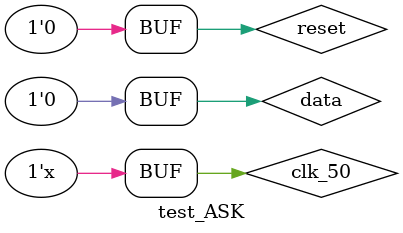
<source format=v>
`timescale 1 ps/ 1 ps
module test_ASK();
	reg clk_50, reset,data;
	reg [31:0] index;
	wire signed [15:0]  sine;
	wire signed [15:0]  ASK;
	reg [7:0] phase;
	
initial
	begin
	//clock initialization
		clk_50 = 1'b0;
		data = 1'b0;
		index  = 32'd0;
	$display("Running testbench");                       
	end                    
always begin
	#10
	clk_50 = !clk_50;
	end
always begin 
	#2000 data = 1;
	#2000 data = 1;
	#2000 data = 0;
	#2000 data = 0;
	end

initial begin
	reset = 1'b0; #10
	reset = 1'b1; #30
	reset = 1'b0;
	end
//increment index
always @(posedge clk_50) begin
	index <= index + 32'd1;
end

ASK_on_FPGA i1(
.clock(clk_50),
.data(data),
.increment({18'h02000, 14'b0}),
.phase(8'd0),
.reset(reset),
.ASK(ASK),
.sine(sine)
);
endmodule

</source>
